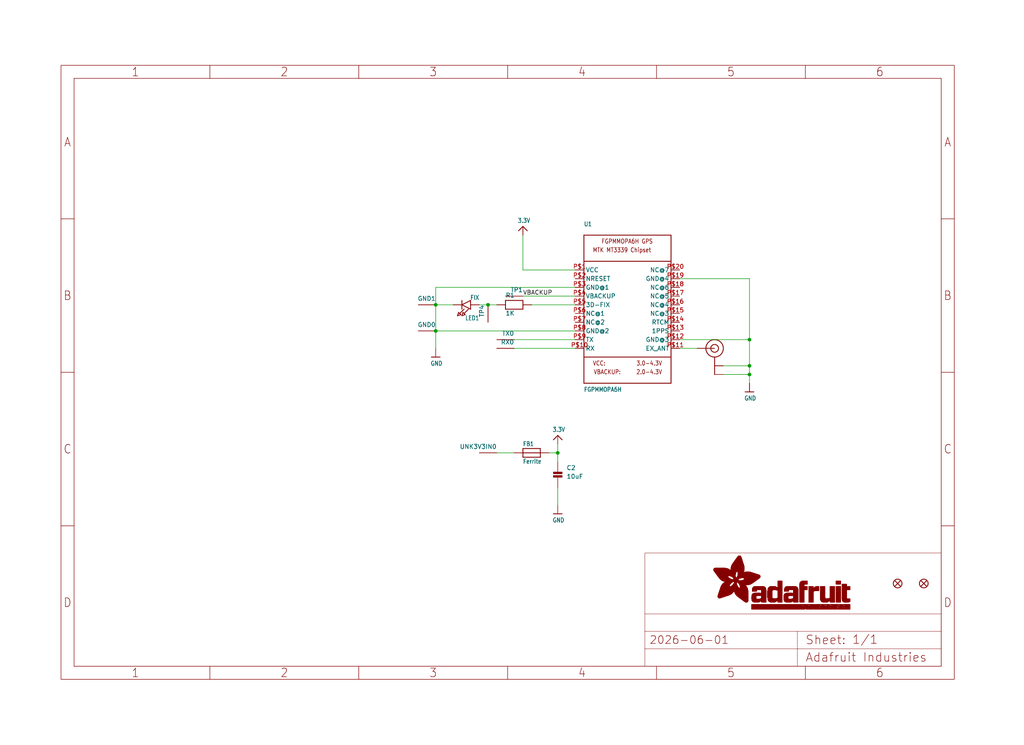
<source format=kicad_sch>
(kicad_sch (version 20230121) (generator eeschema)
  (paper "User" 298.45 217.322)
  (lib_symbols
    (symbol "working-eagle-import:3.3V" (power)
      (property "Value" "3.3V" (at -1.524 3.556 0))
      (symbol "3.3V_1_0"
        (pin power_in line (at 0 0 90) (length 2.54) (name "3.3V") (number "1"))
      )
    )
    (symbol "working-eagle-import:CAP_CERAMIC0805"
      (property "Reference" "C" (at 2.54 2.54 0))
      (symbol "CAP_CERAMIC0805_1_0"
        (pin passive line (at 0 5.08 270) (length 2.54) (name "P$1") (number "1"))
        (pin passive line (at 0 -2.54 90) (length 2.54) (name "P$2") (number "2"))
      )
    )
    (symbol "working-eagle-import:FERRITE0805"
      (property "Reference" "FB" (at -2.54 1.905 0))
      (symbol "FERRITE0805_1_0"
        (pin bidirectional line (at -5.08 0 0) (length 2.54) (name "P$1") (number "1"))
        (pin bidirectional line (at 5.08 0 180) (length 2.54) (name "P$2") (number "2"))
      )
    )
    (symbol "working-eagle-import:FIDUCIAL{dblquote}{dblquote}")
    (symbol "working-eagle-import:FRAME_A4_ADAFRUIT"
      (symbol "FRAME_A4_ADAFRUIT_1_0"
        (text "${#}/${##}" (at 230.505 10.16 0) (effects (font (size 2.54 2.54)) (justify left bottom)))
        (text "${CURRENT_DATE}" (at 171.45 10.16 0) (effects (font (size 2.286 2.286)) (justify left bottom)))
        (text "${PROJECTNAME}" (at 171.45 15.24 0) (effects (font (size 2.54 2.54)) (justify left bottom)))
        (text "1" (at 21.6958 1.905 0) (effects (font (size 2.54 2.286))))
        (text "1" (at 21.6958 177.165 0) (effects (font (size 2.54 2.286))))
        (text "2" (at 65.0875 1.905 0) (effects (font (size 2.54 2.286))))
        (text "2" (at 65.0875 177.165 0) (effects (font (size 2.54 2.286))))
        (text "3" (at 108.4792 1.905 0) (effects (font (size 2.54 2.286))))
        (text "3" (at 108.4792 177.165 0) (effects (font (size 2.54 2.286))))
        (text "4" (at 151.8708 1.905 0) (effects (font (size 2.54 2.286))))
        (text "4" (at 151.8708 177.165 0) (effects (font (size 2.54 2.286))))
        (text "5" (at 195.2625 1.905 0) (effects (font (size 2.54 2.286))))
        (text "5" (at 195.2625 177.165 0) (effects (font (size 2.54 2.286))))
        (text "6" (at 238.6542 1.905 0) (effects (font (size 2.54 2.286))))
        (text "6" (at 238.6542 177.165 0) (effects (font (size 2.54 2.286))))
        (text "A" (at 1.905 156.6863 0) (effects (font (size 2.54 2.286))))
        (text "A" (at 258.445 156.6863 0) (effects (font (size 2.54 2.286))))
        (text "Adafruit Industries" (at 216.916 4.953 0) (effects (font (size 2.54 2.54)) (justify left bottom)))
        (text "B" (at 1.905 111.9188 0) (effects (font (size 2.54 2.286))))
        (text "B" (at 258.445 111.9188 0) (effects (font (size 2.54 2.286))))
        (text "C" (at 1.905 67.1513 0) (effects (font (size 2.54 2.286))))
        (text "C" (at 258.445 67.1513 0) (effects (font (size 2.54 2.286))))
        (text "D" (at 1.905 22.3838 0) (effects (font (size 2.54 2.286))))
        (text "D" (at 258.445 22.3838 0) (effects (font (size 2.54 2.286))))
        (text "Sheet:" (at 216.916 10.033 0) (effects (font (size 2.54 2.54)) (justify left bottom)))
      )
    )
    (symbol "working-eagle-import:GND" (power)
      (property "Value" "GND" (at -1.524 -2.54 0))
      (symbol "GND_1_0"
        (pin power_in line (at 0 2.54 270) (length 2.54) (name "GND") (number "1"))
      )
    )
    (symbol "working-eagle-import:GPS_FGPMMOPA6H"
      (property "Reference" "U" (at -12.7 22.86 0))
      (symbol "GPS_FGPMMOPA6H_1_0"
        (text "2.0-4.3V" (at 2.54 -20.32 0) (effects (font (size 1.27 1.0795)) (justify left bottom)))
        (text "3.0-4.3V" (at 2.54 -17.78 0) (effects (font (size 1.27 1.0795)) (justify left bottom)))
        (text "FGPMMOPA6H GPS" (at -7.62 17.78 0) (effects (font (size 1.27 1.0795)) (justify left bottom)))
        (text "MTK MT3339 Chipset" (at -10.16 15.24 0) (effects (font (size 1.27 1.0795)) (justify left bottom)))
        (text "VBACKUP:" (at -9.906 -20.32 0) (effects (font (size 1.27 1.0795)) (justify left bottom)))
        (text "VCC:" (at -10.16 -17.78 0) (effects (font (size 1.27 1.0795)) (justify left bottom)))
        (pin bidirectional line (at -15.24 10.16 0) (length 2.54) (name "VCC") (number "P$1"))
        (pin bidirectional line (at -15.24 -12.7 0) (length 2.54) (name "RX") (number "P$10"))
        (pin bidirectional line (at 15.24 -12.7 180) (length 2.54) (name "EX_ANT") (number "P$11"))
        (pin bidirectional line (at 15.24 -10.16 180) (length 2.54) (name "GND@3") (number "P$12"))
        (pin bidirectional line (at 15.24 -7.62 180) (length 2.54) (name "1PPS") (number "P$13"))
        (pin bidirectional line (at 15.24 -5.08 180) (length 2.54) (name "RTCM") (number "P$14"))
        (pin bidirectional line (at 15.24 -2.54 180) (length 2.54) (name "NC@3") (number "P$15"))
        (pin bidirectional line (at 15.24 0 180) (length 2.54) (name "NC@4") (number "P$16"))
        (pin bidirectional line (at 15.24 2.54 180) (length 2.54) (name "NC@5") (number "P$17"))
        (pin bidirectional line (at 15.24 5.08 180) (length 2.54) (name "NC@6") (number "P$18"))
        (pin bidirectional line (at 15.24 7.62 180) (length 2.54) (name "GND@4") (number "P$19"))
        (pin bidirectional line (at -15.24 7.62 0) (length 2.54) (name "NRESET") (number "P$2"))
        (pin bidirectional line (at 15.24 10.16 180) (length 2.54) (name "NC@7") (number "P$20"))
        (pin bidirectional line (at -15.24 5.08 0) (length 2.54) (name "GND@1") (number "P$3"))
        (pin bidirectional line (at -15.24 2.54 0) (length 2.54) (name "VBACKUP") (number "P$4"))
        (pin bidirectional line (at -15.24 0 0) (length 2.54) (name "3D-FIX") (number "P$5"))
        (pin bidirectional line (at -15.24 -2.54 0) (length 2.54) (name "NC@1") (number "P$6"))
        (pin bidirectional line (at -15.24 -5.08 0) (length 2.54) (name "NC@2") (number "P$7"))
        (pin bidirectional line (at -15.24 -7.62 0) (length 2.54) (name "GND@2") (number "P$8"))
        (pin bidirectional line (at -15.24 -10.16 0) (length 2.54) (name "TX") (number "P$9"))
      )
    )
    (symbol "working-eagle-import:LED0805"
      (property "Reference" "LED" (at -5.08 3.175 0))
      (symbol "LED0805_1_0"
        (pin passive line (at -5.08 0 0) (length 2.54) (name "A") (number "A"))
        (pin passive line (at 2.54 0 180) (length 2.54) (name "C") (number "C"))
      )
    )
    (symbol "working-eagle-import:RESISTOR0805"
      (property "Reference" "R" (at -2.54 2.032 0))
      (symbol "RESISTOR0805_1_0"
        (pin passive line (at -5.08 0 0) (length 2.54) (name "1") (number "1"))
        (pin passive line (at 5.08 0 180) (length 2.54) (name "2") (number "2"))
      )
    )
    (symbol "working-eagle-import:SEWTAP-2.0IN"
      (property "Reference" "TP" (at 0 2.54 0))
      (symbol "SEWTAP-2.0IN_1_0"
        (pin bidirectional line (at 0 0 180) (length 5.08) (name "SEW") (number "P$1"))
      )
    )
    (symbol "working-eagle-import:U.FL"
      (symbol "U.FL_1_0"
        (pin bidirectional line (at -2.54 -5.08 0) (length 2.54) (name "GND@0") (number "P$1"))
        (pin bidirectional line (at -2.54 -7.62 0) (length 2.54) (name "GND@1") (number "P$2"))
        (pin bidirectional line (at 5.08 0 180) (length 5.08) (name "SIGNAL") (number "P$3"))
      )
    )
  )
  (junction (at 127 96.52))
  (junction (at 218.44 109.22))
  (junction (at 162.56 132.08))
  (junction (at 218.44 99.06))
  (junction (at 142.24 88.9))
  (junction (at 218.44 106.68))
  (junction (at 127 88.9))
  (wire (pts (xy 167.64 99.06) (xy 149.86 99.06)) (stroke (width 0.1524)))
  (wire (pts (xy 127 83.82) (xy 127 88.9)) (stroke (width 0.1524)))
  (wire (pts (xy 210.82 106.68) (xy 218.44 106.68)) (stroke (width 0.1524)))
  (wire (pts (xy 167.64 78.74) (xy 152.4 78.74)) (stroke (width 0.1524)))
  (wire (pts (xy 167.64 96.52) (xy 127 96.52)) (stroke (width 0.1524)))
  (wire (pts (xy 167.64 83.82) (xy 127 83.82)) (stroke (width 0.1524)))
  (wire (pts (xy 162.56 142.24) (xy 162.56 147.32)) (stroke (width 0.1524)))
  (wire (pts (xy 127 96.52) (xy 127 101.6)) (stroke (width 0.1524)))
  (wire (pts (xy 198.12 101.6) (xy 203.2 101.6)) (stroke (width 0.1524)))
  (wire (pts (xy 218.44 99.06) (xy 218.44 106.68)) (stroke (width 0.1524)))
  (wire (pts (xy 162.56 129.54) (xy 162.56 132.08)) (stroke (width 0.1524)))
  (wire (pts (xy 210.82 109.22) (xy 218.44 109.22)) (stroke (width 0.1524)))
  (wire (pts (xy 139.7 88.9) (xy 142.24 88.9)) (stroke (width 0.1524)))
  (wire (pts (xy 152.4 78.74) (xy 152.4 68.58)) (stroke (width 0.1524)))
  (wire (pts (xy 218.44 109.22) (xy 218.44 111.76)) (stroke (width 0.1524)))
  (wire (pts (xy 218.44 106.68) (xy 218.44 109.22)) (stroke (width 0.1524)))
  (wire (pts (xy 127 88.9) (xy 127 96.52)) (stroke (width 0.1524)))
  (wire (pts (xy 198.12 99.06) (xy 218.44 99.06)) (stroke (width 0.1524)))
  (wire (pts (xy 127 88.9) (xy 132.08 88.9)) (stroke (width 0.1524)))
  (wire (pts (xy 154.94 88.9) (xy 167.64 88.9)) (stroke (width 0.1524)))
  (wire (pts (xy 160.02 132.08) (xy 162.56 132.08)) (stroke (width 0.1524)))
  (wire (pts (xy 167.64 86.36) (xy 152.4 86.36)) (stroke (width 0.1524)))
  (wire (pts (xy 142.24 88.9) (xy 144.78 88.9)) (stroke (width 0.1524)))
  (wire (pts (xy 198.12 81.28) (xy 218.44 81.28)) (stroke (width 0.1524)))
  (wire (pts (xy 149.86 132.08) (xy 144.78 132.08)) (stroke (width 0.1524)))
  (wire (pts (xy 162.56 132.08) (xy 162.56 134.62)) (stroke (width 0.1524)))
  (wire (pts (xy 218.44 81.28) (xy 218.44 99.06)) (stroke (width 0.1524)))
  (wire (pts (xy 149.86 101.6) (xy 167.64 101.6)) (stroke (width 0.1524)))
  (label "VBACKUP" (at 152.4 86.36 0) (effects (font (size 1.2446 1.2446))))
  (symbol (lib_id "working-eagle-import:FIDUCIAL{dblquote}{dblquote}") (at 261.62 170.18 0) (unit 1)
    (property "Reference" "FID2" (effects hide))
    (property "Value" "FIDUCIAL{dblquote}{dblquote}" (effects hide))
    (property "Footprint" "working:FIDUCIAL_1MM" (effects hide))
  )
  (symbol (lib_id "working-eagle-import:3.3V") (at 162.56 129.54 0) (unit 1)
    (property "Reference" "#U$3" (effects hide))
    (property "Value" "3.3V" (at 161.036 125.984 0) (effects (font (size 1.27 1.0795)) (justify left bottom)))
  )
  (symbol (lib_id "working-eagle-import:FRAME_A4_ADAFRUIT") (at 17.78 198.12 0) (unit 1)
    (property "Reference" "#U$1" (effects hide))
    (property "Value" "FRAME_A4_ADAFRUIT" (effects hide))
  )
  (symbol (lib_id "working-eagle-import:LED0805") (at 134.62 88.9 180) (unit 1)
    (property "Reference" "LED1" (at 139.7 92.075 0) (effects (font (size 1.27 1.0795)) (justify left bottom)))
    (property "Value" "FIX" (at 139.7 86.106 0) (effects (font (size 1.27 1.0795)) (justify left bottom)))
    (property "Footprint" "working:CHIPLED_0805" (effects hide))
  )
  (symbol (lib_id "working-eagle-import:GPS_FGPMMOPA6H") (at 182.88 88.9 0) (unit 1)
    (property "Reference" "U1" (at 170.18 66.04 0) (effects (font (size 1.27 1.0795)) (justify left bottom)))
    (property "Value" "FGPMMOPA6H" (at 170.18 114.3 0) (effects (font (size 1.27 1.0795)) (justify left bottom)))
    (property "Footprint" "working:FGPMMOPA6H" (effects hide))
  )
  (symbol (lib_id "working-eagle-import:SEWTAP-2.0IN") (at 149.86 99.06 0) (unit 1)
    (property "Reference" "TX0" (at 149.86 96.52 0) (effects (justify right top)))
    (property "Value" "SEWTAP-2.0IN" (effects hide))
    (property "Footprint" "working:SEWINGTAP_2.0" (effects hide))
  )
  (symbol (lib_id "working-eagle-import:SEWTAP-2.0IN") (at 144.78 132.08 0) (unit 1)
    (property "Reference" "UNK3V3IN0" (at 144.78 129.54 0) (effects (justify right top)))
    (property "Value" "SEWTAP-2.0IN" (effects hide))
    (property "Footprint" "working:SEWINGTAP_2.0" (effects hide))
  )
  (symbol (lib_id "working-eagle-import:SEWTAP-2.0IN") (at 142.24 88.9 90) (unit 1)
    (property "Reference" "TP4" (at 139.7 88.9 0) (effects (justify right top)))
    (property "Value" "SEWTAP-2.0IN" (effects hide))
    (property "Footprint" "working:SEWINGTAP_2.0" (effects hide))
  )
  (symbol (lib_id "working-eagle-import:RESISTOR0805") (at 149.86 88.9 0) (unit 1)
    (property "Reference" "R1" (at 147.32 86.868 0) (effects (justify left bottom)))
    (property "Value" "1K" (at 147.32 92.075 0) (effects (justify left bottom)))
    (property "Footprint" "working:0805" (effects hide))
  )
  (symbol (lib_id "working-eagle-import:SEWTAP-2.0IN") (at 149.86 101.6 0) (unit 1)
    (property "Reference" "RX0" (at 149.86 99.06 0) (effects (justify right top)))
    (property "Value" "SEWTAP-2.0IN" (effects hide))
    (property "Footprint" "working:SEWINGTAP_2.0" (effects hide))
  )
  (symbol (lib_id "working-eagle-import:GND") (at 162.56 149.86 0) (unit 1)
    (property "Reference" "#U$5" (effects hide))
    (property "Value" "GND" (at 161.036 152.4 0) (effects (font (size 1.27 1.0795)) (justify left bottom)))
  )
  (symbol (lib_id "working-eagle-import:U.FL") (at 208.28 101.6 0) (mirror y) (unit 1)
    (property "Reference" "U$20" (effects hide))
    (property "Value" "U.FL" (effects hide))
    (property "Footprint" "working:U.FL" (effects hide))
  )
  (symbol (lib_id "working-eagle-import:3.3V") (at 152.4 68.58 0) (unit 1)
    (property "Reference" "#U$4" (effects hide))
    (property "Value" "3.3V" (at 150.876 65.024 0) (effects (font (size 1.27 1.0795)) (justify left bottom)))
  )
  (symbol (lib_id "working-eagle-import:FIDUCIAL{dblquote}{dblquote}") (at 269.24 170.18 0) (unit 1)
    (property "Reference" "FID1" (effects hide))
    (property "Value" "FIDUCIAL{dblquote}{dblquote}" (effects hide))
    (property "Footprint" "working:FIDUCIAL_1MM" (effects hide))
  )
  (symbol (lib_id "working-eagle-import:SEWTAP-2.0IN") (at 127 88.9 0) (unit 1)
    (property "Reference" "GND1" (at 127 86.36 0) (effects (justify right top)))
    (property "Value" "SEWTAP-2.0IN" (effects hide))
    (property "Footprint" "working:SEWINGTAP_2.0" (effects hide))
  )
  (symbol (lib_id "working-eagle-import:SEWTAP-2.0IN") (at 127 96.52 0) (unit 1)
    (property "Reference" "GND0" (at 127 93.98 0) (effects (justify right top)))
    (property "Value" "SEWTAP-2.0IN" (effects hide))
    (property "Footprint" "working:SEWINGTAP_2.0" (effects hide))
  )
  (symbol (lib_id "working-eagle-import:FERRITE0805") (at 154.94 132.08 0) (unit 1)
    (property "Reference" "FB1" (at 152.4 130.175 0) (effects (font (size 1.27 1.0795)) (justify left bottom)))
    (property "Value" "Ferrite" (at 152.4 135.255 0) (effects (font (size 1.27 1.0795)) (justify left bottom)))
    (property "Footprint" "working:0805" (effects hide))
  )
  (symbol (lib_id "working-eagle-import:GND") (at 218.44 114.3 0) (unit 1)
    (property "Reference" "#U$19" (effects hide))
    (property "Value" "GND" (at 216.916 116.84 0) (effects (font (size 1.27 1.0795)) (justify left bottom)))
  )
  (symbol (lib_id "working-eagle-import:GND") (at 127 104.14 0) (unit 1)
    (property "Reference" "#U$2" (effects hide))
    (property "Value" "GND" (at 125.476 106.68 0) (effects (font (size 1.27 1.0795)) (justify left bottom)))
  )
  (symbol (lib_id "working-eagle-import:SEWTAP-2.0IN") (at 152.4 86.36 0) (unit 1)
    (property "Reference" "TP1" (at 152.4 83.82 0) (effects (justify right top)))
    (property "Value" "SEWTAP-2.0IN" (effects hide))
    (property "Footprint" "working:SEWINGTAP_2.0" (effects hide))
  )
  (symbol (lib_id "working-eagle-import:CAP_CERAMIC0805") (at 162.56 139.7 0) (unit 1)
    (property "Reference" "C2" (at 165.1 137.16 0) (effects (justify left bottom)))
    (property "Value" "10uF" (at 165.1 139.7 0) (effects (justify left bottom)))
    (property "Footprint" "working:0805" (effects hide))
  )
)
</source>
